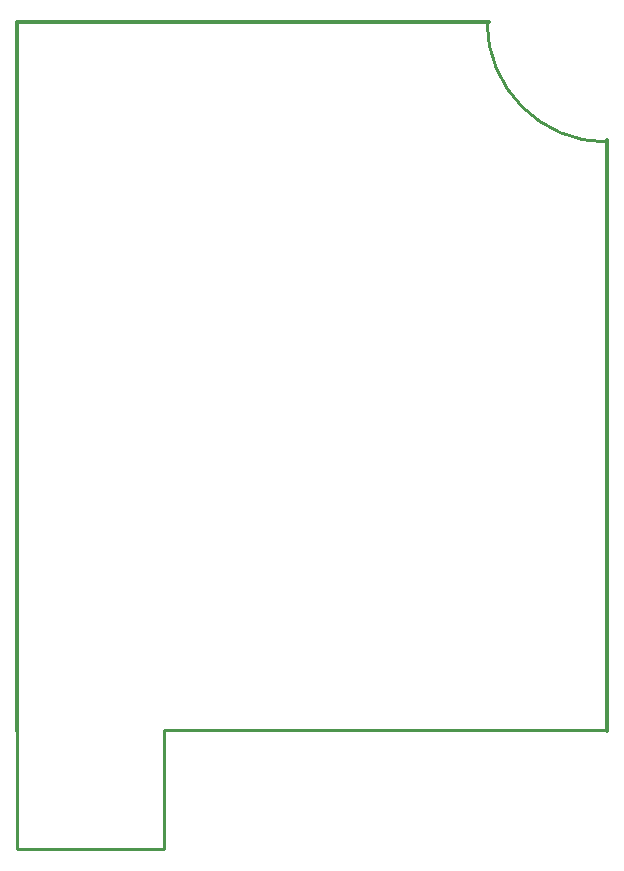
<source format=gko>
%FSLAX43Y43*%
%MOMM*%
G71*
G01*
G75*
%ADD10C,0.300*%
%ADD11C,0.600*%
%ADD12C,0.500*%
%ADD13C,6.000*%
%ADD14R,1.500X1.500*%
%ADD15R,1.600X1.000*%
%ADD16R,9.000X8.000*%
%ADD17O,4.000X2.000*%
%ADD18R,4.000X2.000*%
%ADD19C,1.000*%
%ADD20R,12.975X12.900*%
%ADD21R,12.750X8.025*%
%ADD22C,6.203*%
%ADD23R,1.703X1.703*%
%ADD24R,1.803X1.203*%
%ADD25R,9.203X8.203*%
%ADD26O,4.203X2.203*%
%ADD27R,4.203X2.203*%
%ADD28C,0.254*%
%ADD29C,0.250*%
D10*
X50000Y5000D02*
Y55000D01*
X0Y65000D02*
X40000D01*
X0Y5000D02*
Y65000D01*
D28*
X39825D02*
G03*
X50000Y54825I10175J0D01*
G01*
D29*
X0Y-5000D02*
Y5000D01*
Y-5000D02*
X12500D01*
Y5075D01*
X49925D01*
X49925Y5075D02*
X50000Y5000D01*
M02*

</source>
